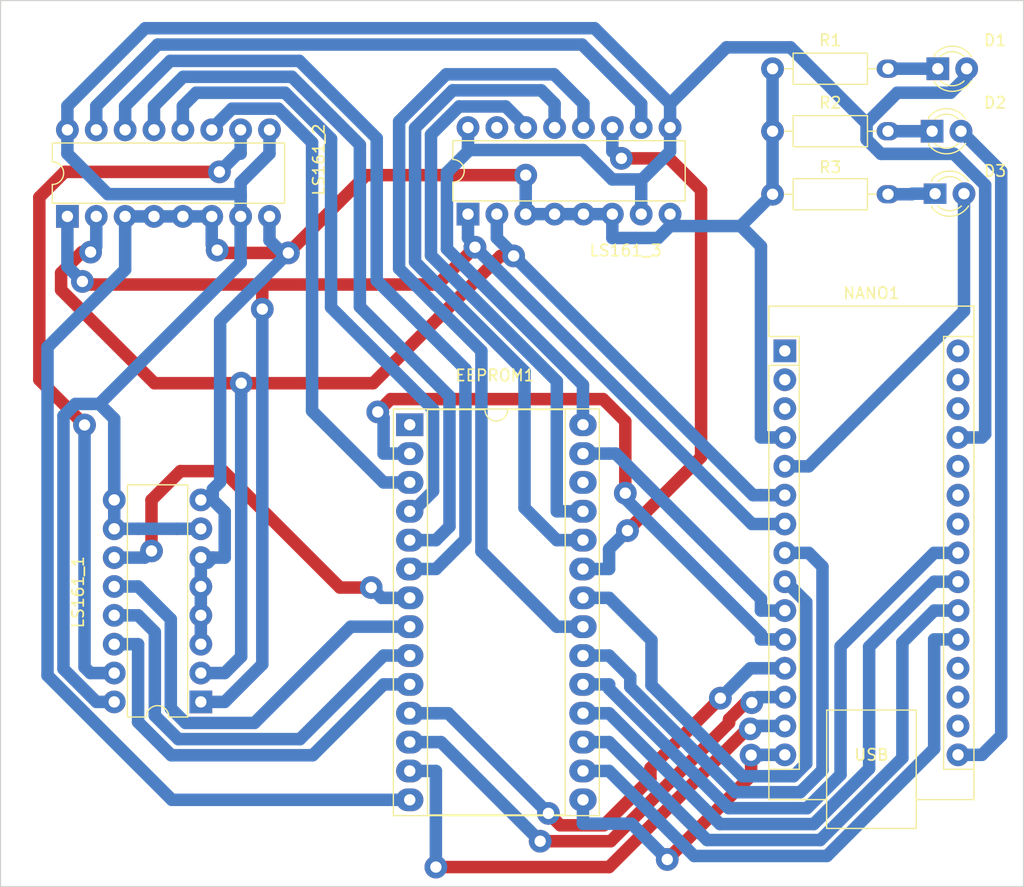
<source format=kicad_pcb>
(kicad_pcb (version 20240108) (generator "pcbnew") (generator_version "8.0")
  (layers (0 "F.Cu" signal) (31 "B.Cu" signal) (34 "B.Paste" user) (35 "F.Paste" user) (36 "B.SilkS" user "B.Silkscreen") (37 "F.SilkS" user "F.Silkscreen") (38 "B.Mask" user) (39 "F.Mask" user) (44 "Edge.Cuts" user))
  (net 0 "")
  (net 1 "VCC")
  (net 2 "Net-(D1-K)")
  (net 3 "Net-(D2-K)")
  (net 4 "Net-(D2-A)")
  (net 5 "Net-(D3-K)")
  (net 6 "Net-(D3-A)")
  (net 7 "Net-(EEPROM1-A12)")
  (net 8 "/D6")
  (net 9 "/D1")
  (net 10 "/D4")
  (net 11 "Net-(EEPROM1-A11)")
  (net 12 "/D0")
  (net 13 "/D5")
  (net 14 "/D3")
  (net 15 "/D2")
  (net 16 "Net-(EEPROM1-A6)")
  (net 17 "Net-(EEPROM1-~{WE})")
  (net 18 "Net-(EEPROM1-A1)")
  (net 19 "Net-(EEPROM1-A8)")
  (net 20 "GND")
  (net 21 "Net-(EEPROM1-A9)")
  (net 22 "Net-(EEPROM1-A2)")
  (net 23 "Net-(EEPROM1-~{CS})")
  (net 24 "Net-(EEPROM1-A3)")
  (net 25 "Net-(EEPROM1-A4)")
  (net 26 "Net-(EEPROM1-A0)")
  (net 27 "Net-(EEPROM1-A10)")
  (net 28 "/D7")
  (net 29 "Net-(EEPROM1-A5)")
  (net 30 "Net-(EEPROM1-~{OE})")
  (net 31 "Net-(EEPROM1-A7)")
  (net 32 "Net-(LS161_1-~{MR})")
  (net 33 "Net-(LS161_1-TC)")
  (net 34 "Net-(LS161_1-CP)")
  (net 35 "Net-(LS161_2-TC)")
  (footprint "Resistor_THT:R_Axial_DIN0207_L6.3mm_D2.5mm_P10.16mm_Horizontal" (layer "F.Cu") (at 175.42 53.05)
    (property "Reference" "R3" (at 5.08 -2.37 0) (layer "F.SilkS"))
    (property "Value" "330")
    (pad "1" thru_hole circle (at 0 0) (size 2 2) (drill 1) (layers "*.Cu" "*.Mask") (net 20 "GND"))
    (pad "2" thru_hole oval (at 10.16 0) (size 2 1.6) (drill 1) (layers "*.Cu" "*.Mask") (net 5 "Net-(D3-K)"))
  )
  (footprint "Resistor_THT:R_Axial_DIN0207_L6.3mm_D2.5mm_P10.16mm_Horizontal" (layer "F.Cu") (at 175.42 42)
    (property "Reference" "R1" (at 5.08 -2.5 0) (layer "F.SilkS"))
    (property "Value" "180")
    (pad "1" thru_hole circle (at 0 0) (size 2 2) (drill 1) (layers "*.Cu" "*.Mask") (net 20 "GND"))
    (pad "2" thru_hole oval (at 10.16 0) (size 2 1.6) (drill 1) (layers "*.Cu" "*.Mask") (net 2 "Net-(D1-K)"))
  )
  (footprint "Package_DIP:DIP-16_W7.62mm" (layer "F.Cu") (at 113.38 55 90)
    (property "Reference" "LS161_2" (at 5 22.12 90) (layer "F.SilkS"))
    (property "Value" "74LS161")
    (pad "1" thru_hole rect (at 0 0 90) (size 2 2) (drill 1) (layers "*.Cu" "*.Mask") (net 32 "Net-(LS161_1-~{MR})"))
    (pad "2" thru_hole oval (at 0 2.54 90) (size 2 2) (drill 1) (layers "*.Cu" "*.Mask") (net 34 "Net-(LS161_1-CP)"))
    (pad "3" thru_hole oval (at 0 5.08 90) (size 2 2) (drill 1) (layers "*.Cu" "*.Mask") (net 20 "GND"))
    (pad "4" thru_hole oval (at 0 7.62 90) (size 2 2) (drill 1) (layers "*.Cu" "*.Mask") (net 20 "GND"))
    (pad "5" thru_hole oval (at 0 10.16 90) (size 2 2) (drill 1) (layers "*.Cu" "*.Mask") (net 20 "GND"))
    (pad "6" thru_hole oval (at 0 12.7 90) (size 2 2) (drill 1) (layers "*.Cu" "*.Mask") (net 20 "GND"))
    (pad "7" thru_hole oval (at 0 15.24 90) (size 2 2) (drill 1) (layers "*.Cu" "*.Mask") (net 1 "VCC"))
    (pad "8" thru_hole oval (at 0 17.78 90) (size 2 2) (drill 1) (layers "*.Cu" "*.Mask") (net 20 "GND"))
    (pad "9" thru_hole oval (at 7.62 17.78 90) (size 2 2) (drill 1) (layers "*.Cu" "*.Mask") (net 1 "VCC"))
    (pad "10" thru_hole oval (at 7.62 15.24 90) (size 2 2) (drill 1) (layers "*.Cu" "*.Mask") (net 33 "Net-(LS161_1-TC)"))
    (pad "11" thru_hole oval (at 7.62 12.7 90) (size 2 2) (drill 1) (layers "*.Cu" "*.Mask") (net 31 "Net-(EEPROM1-A7)"))
    (pad "12" thru_hole oval (at 7.62 10.16 90) (size 2 2) (drill 1) (layers "*.Cu" "*.Mask") (net 16 "Net-(EEPROM1-A6)"))
    (pad "13" thru_hole oval (at 7.62 7.62 90) (size 2 2) (drill 1) (layers "*.Cu" "*.Mask") (net 29 "Net-(EEPROM1-A5)"))
    (pad "14" thru_hole oval (at 7.62 5.08 90) (size 2 2) (drill 1) (layers "*.Cu" "*.Mask") (net 25 "Net-(EEPROM1-A4)"))
    (pad "15" thru_hole oval (at 7.62 2.54 90) (size 2 2) (drill 1) (layers "*.Cu" "*.Mask") (net 35 "Net-(LS161_2-TC)"))
    (pad "16" thru_hole oval (at 7.62 0 90) (size 2 2) (drill 1) (layers "*.Cu" "*.Mask") (net 1 "VCC"))
  )
  (footprint "LED_THT:LED_D3.0mm" (layer "F.Cu") (at 189.96 42)
    (property "Reference" "D1" (at 5.04 -2.5 0) (layer "F.SilkS"))
    (property "Value" "PWR")
    (pad "1" thru_hole rect (at 0 0) (size 2 2) (drill 1) (layers "*.Cu" "*.Mask") (net 2 "Net-(D1-K)"))
    (pad "2" thru_hole circle (at 2.54 0) (size 2 2) (drill 1) (layers "*.Cu" "*.Mask") (net 1 "VCC"))
  )
  (footprint "Package_DIP:DIP-28_W15.24mm_Socket_LongPads" (layer "F.Cu") (at 143.5 73.34)
    (property "Reference" "EEPROM1" (at 7.5 -4.34 0) (layer "F.SilkS"))
    (property "Value" "28C64")
    (pad "1" thru_hole rect (at 0 0) (size 2.4 2) (drill 1) (layers "*.Cu" "*.Mask"))
    (pad "2" thru_hole oval (at 0 2.54) (size 2.4 2) (drill 1) (layers "*.Cu" "*.Mask") (net 7 "Net-(EEPROM1-A12)"))
    (pad "3" thru_hole oval (at 0 5.08) (size 2.4 2) (drill 1) (layers "*.Cu" "*.Mask") (net 31 "Net-(EEPROM1-A7)"))
    (pad "4" thru_hole oval (at 0 7.62) (size 2.4 2) (drill 1) (layers "*.Cu" "*.Mask") (net 16 "Net-(EEPROM1-A6)"))
    (pad "5" thru_hole oval (at 0 10.16) (size 2.4 2) (drill 1) (layers "*.Cu" "*.Mask") (net 29 "Net-(EEPROM1-A5)"))
    (pad "6" thru_hole oval (at 0 12.7) (size 2.4 2) (drill 1) (layers "*.Cu" "*.Mask") (net 25 "Net-(EEPROM1-A4)"))
    (pad "7" thru_hole oval (at 0 15.24) (size 2.4 2) (drill 1) (layers "*.Cu" "*.Mask") (net 24 "Net-(EEPROM1-A3)"))
    (pad "8" thru_hole oval (at 0 17.78) (size 2.4 2) (drill 1) (layers "*.Cu" "*.Mask") (net 22 "Net-(EEPROM1-A2)"))
    (pad "9" thru_hole oval (at 0 20.32) (size 2.4 2) (drill 1) (layers "*.Cu" "*.Mask") (net 18 "Net-(EEPROM1-A1)"))
    (pad "10" thru_hole oval (at 0 22.86) (size 2.4 2) (drill 1) (layers "*.Cu" "*.Mask") (net 26 "Net-(EEPROM1-A0)"))
    (pad "11" thru_hole oval (at 0 25.4) (size 2.4 2) (drill 1) (layers "*.Cu" "*.Mask") (net 12 "/D0"))
    (pad "12" thru_hole oval (at 0 27.94) (size 2.4 2) (drill 1) (layers "*.Cu" "*.Mask") (net 9 "/D1"))
    (pad "13" thru_hole oval (at 0 30.48) (size 2.4 2) (drill 1) (layers "*.Cu" "*.Mask") (net 15 "/D2"))
    (pad "14" thru_hole oval (at 0 33.02) (size 2.4 2) (drill 1) (layers "*.Cu" "*.Mask") (net 20 "GND"))
    (pad "15" thru_hole oval (at 15.24 33.02) (size 2.4 2) (drill 1) (layers "*.Cu" "*.Mask") (net 14 "/D3"))
    (pad "16" thru_hole oval (at 15.24 30.48) (size 2.4 2) (drill 1) (layers "*.Cu" "*.Mask") (net 10 "/D4"))
    (pad "17" thru_hole oval (at 15.24 27.94) (size 2.4 2) (drill 1) (layers "*.Cu" "*.Mask") (net 13 "/D5"))
    (pad "18" thru_hole oval (at 15.24 25.4) (size 2.4 2) (drill 1) (layers "*.Cu" "*.Mask") (net 8 "/D6"))
    (pad "19" thru_hole oval (at 15.24 22.86) (size 2.4 2) (drill 1) (layers "*.Cu" "*.Mask") (net 28 "/D7"))
    (pad "20" thru_hole oval (at 15.24 20.32) (size 2.4 2) (drill 1) (layers "*.Cu" "*.Mask") (net 23 "Net-(EEPROM1-~{CS})"))
    (pad "21" thru_hole oval (at 15.24 17.78) (size 2.4 2) (drill 1) (layers "*.Cu" "*.Mask") (net 27 "Net-(EEPROM1-A10)"))
    (pad "22" thru_hole oval (at 15.24 15.24) (size 2.4 2) (drill 1) (layers "*.Cu" "*.Mask") (net 30 "Net-(EEPROM1-~{OE})"))
    (pad "23" thru_hole oval (at 15.24 12.7) (size 2.4 2) (drill 1) (layers "*.Cu" "*.Mask") (net 11 "Net-(EEPROM1-A11)"))
    (pad "24" thru_hole oval (at 15.24 10.16) (size 2.4 2) (drill 1) (layers "*.Cu" "*.Mask") (net 21 "Net-(EEPROM1-A9)"))
    (pad "25" thru_hole oval (at 15.24 7.62) (size 2.4 2) (drill 1) (layers "*.Cu" "*.Mask") (net 19 "Net-(EEPROM1-A8)"))
    (pad "26" thru_hole oval (at 15.24 5.08) (size 2.4 2) (drill 1) (layers "*.Cu" "*.Mask"))
    (pad "27" thru_hole oval (at 15.24 2.54) (size 2.4 2) (drill 1) (layers "*.Cu" "*.Mask") (net 17 "Net-(EEPROM1-~{WE})"))
    (pad "28" thru_hole oval (at 15.24 0) (size 2.4 2) (drill 1) (layers "*.Cu" "*.Mask") (net 1 "VCC"))
  )
  (footprint "Package_DIP:DIP-16_W7.62mm" (layer "F.Cu") (at 148.625 54.8 90)
    (property "Reference" "LS161_3" (at -3.2 13.875 180) (layer "F.SilkS"))
    (property "Value" "74LS161")
    (pad "1" thru_hole rect (at 0 0 90) (size 2 2) (drill 1) (layers "*.Cu" "*.Mask") (net 32 "Net-(LS161_1-~{MR})"))
    (pad "2" thru_hole oval (at 0 2.54 90) (size 2 2) (drill 1) (layers "*.Cu" "*.Mask") (net 34 "Net-(LS161_1-CP)"))
    (pad "3" thru_hole oval (at 0 5.08 90) (size 2 2) (drill 1) (layers "*.Cu" "*.Mask") (net 20 "GND"))
    (pad "4" thru_hole oval (at 0 7.62 90) (size 2 2) (drill 1) (layers "*.Cu" "*.Mask") (net 20 "GND"))
    (pad "5" thru_hole oval (at 0 10.16 90) (size 2 2) (drill 1) (layers "*.Cu" "*.Mask") (net 20 "GND"))
    (pad "6" thru_hole oval (at 0 12.7 90) (size 2 2) (drill 1) (layers "*.Cu" "*.Mask") (net 20 "GND"))
    (pad "7" thru_hole oval (at 0 15.24 90) (size 2 2) (drill 1) (layers "*.Cu" "*.Mask") (net 1 "VCC"))
    (pad "8" thru_hole oval (at 0 17.78 90) (size 2 2) (drill 1) (layers "*.Cu" "*.Mask") (net 20 "GND"))
    (pad "9" thru_hole oval (at 7.62 17.78 90) (size 2 2) (drill 1) (layers "*.Cu" "*.Mask") (net 1 "VCC"))
    (pad "10" thru_hole oval (at 7.62 15.24 90) (size 2 2) (drill 1) (layers "*.Cu" "*.Mask") (net 35 "Net-(LS161_2-TC)"))
    (pad "11" thru_hole oval (at 7.62 12.7 90) (size 2 2) (drill 1) (layers "*.Cu" "*.Mask") (net 11 "Net-(EEPROM1-A11)"))
    (pad "12" thru_hole oval (at 7.62 10.16 90) (size 2 2) (drill 1) (layers "*.Cu" "*.Mask") (net 27 "Net-(EEPROM1-A10)"))
    (pad "13" thru_hole oval (at 7.62 7.62 90) (size 2 2) (drill 1) (layers "*.Cu" "*.Mask") (net 21 "Net-(EEPROM1-A9)"))
    (pad "14" thru_hole oval (at 7.62 5.08 90) (size 2 2) (drill 1) (layers "*.Cu" "*.Mask") (net 19 "Net-(EEPROM1-A8)"))
    (pad "15" thru_hole oval (at 7.62 2.54 90) (size 2 2) (drill 1) (layers "*.Cu" "*.Mask"))
    (pad "16" thru_hole oval (at 7.62 0 90) (size 2 2) (drill 1) (layers "*.Cu" "*.Mask") (net 1 "VCC"))
  )
  (footprint "Resistor_THT:R_Axial_DIN0207_L6.3mm_D2.5mm_P10.16mm_Horizontal" (layer "F.Cu") (at 175.42 47.5)
    (property "Reference" "R2" (at 5.08 -2.5 0) (layer "F.SilkS"))
    (property "Value" "220")
    (pad "1" thru_hole circle (at 0 0) (size 2 2) (drill 1) (layers "*.Cu" "*.Mask") (net 20 "GND"))
    (pad "2" thru_hole oval (at 10.16 0) (size 2 1.6) (drill 1) (layers "*.Cu" "*.Mask") (net 3 "Net-(D2-K)"))
  )
  (footprint "Module:Arduino_Nano" (layer "F.Cu") (at 176.5 66.84)
    (property "Reference" "NANO1" (at 7.62 -5.08 0) (layer "F.SilkS"))
    (property "Value" "Arduino_Nano_v3.x")
    (fp_text user "USB" (at 7.62 35.56 0) (layer "F.SilkS"))
    (pad "1" thru_hole rect (at 0 0) (size 2 2) (drill 1) (layers "*.Cu" "*.Mask"))
    (pad "2" thru_hole oval (at 0 2.54) (size 2 2) (drill 1) (layers "*.Cu" "*.Mask"))
    (pad "3" thru_hole oval (at 0 5.08) (size 2 2) (drill 1) (layers "*.Cu" "*.Mask"))
    (pad "4" thru_hole oval (at 0 7.62) (size 2 2) (drill 1) (layers "*.Cu" "*.Mask") (net 20 "GND"))
    (pad "5" thru_hole oval (at 0 10.16) (size 2 2) (drill 1) (layers "*.Cu" "*.Mask") (net 6 "Net-(D3-A)"))
    (pad "6" thru_hole oval (at 0 12.7) (size 2 2) (drill 1) (layers "*.Cu" "*.Mask") (net 34 "Net-(LS161_1-CP)"))
    (pad "7" thru_hole oval (at 0 15.24) (size 2 2) (drill 1) (layers "*.Cu" "*.Mask") (net 32 "Net-(LS161_1-~{MR})"))
    (pad "8" thru_hole oval (at 0 17.78) (size 2 2) (drill 1) (layers "*.Cu" "*.Mask") (net 23 "Net-(EEPROM1-~{CS})"))
    (pad "9" thru_hole oval (at 0 20.32) (size 2 2) (drill 1) (layers "*.Cu" "*.Mask") (net 30 "Net-(EEPROM1-~{OE})"))
    (pad "10" thru_hole oval (at 0 22.86) (size 2 2) (drill 1) (layers "*.Cu" "*.Mask") (net 17 "Net-(EEPROM1-~{WE})"))
    (pad "11" thru_hole oval (at 0 25.4) (size 2 2) (drill 1) (layers "*.Cu" "*.Mask") (net 7 "Net-(EEPROM1-A12)"))
    (pad "12" thru_hole oval (at 0 27.94) (size 2 2) (drill 1) (layers "*.Cu" "*.Mask") (net 12 "/D0"))
    (pad "13" thru_hole oval (at 0 30.48) (size 2 2) (drill 1) (layers "*.Cu" "*.Mask") (net 9 "/D1"))
    (pad "14" thru_hole oval (at 0 33.02) (size 2 2) (drill 1) (layers "*.Cu" "*.Mask") (net 15 "/D2"))
    (pad "15" thru_hole oval (at 0 35.56) (size 2 2) (drill 1) (layers "*.Cu" "*.Mask") (net 14 "/D3"))
    (pad "16" thru_hole oval (at 15.24 35.56) (size 2 2) (drill 1) (layers "*.Cu" "*.Mask") (net 4 "Net-(D2-A)"))
    (pad "17" thru_hole oval (at 15.24 33.02) (size 2 2) (drill 1) (layers "*.Cu" "*.Mask"))
    (pad "18" thru_hole oval (at 15.24 30.48) (size 2 2) (drill 1) (layers "*.Cu" "*.Mask"))
    (pad "19" thru_hole oval (at 15.24 27.94) (size 2 2) (drill 1) (layers "*.Cu" "*.Mask"))
    (pad "20" thru_hole oval (at 15.24 25.4) (size 2 2) (drill 1) (layers "*.Cu" "*.Mask") (net 10 "/D4"))
    (pad "21" thru_hole oval (at 15.24 22.86) (size 2 2) (drill 1) (layers "*.Cu" "*.Mask") (net 13 "/D5"))
    (pad "22" thru_hole oval (at 15.24 20.32) (size 2 2) (drill 1) (layers "*.Cu" "*.Mask") (net 8 "/D6"))
    (pad "23" thru_hole oval (at 15.24 17.78) (size 2 2) (drill 1) (layers "*.Cu" "*.Mask") (net 28 "/D7"))
    (pad "24" thru_hole oval (at 15.24 15.24) (size 2 2) (drill 1) (layers "*.Cu" "*.Mask"))
    (pad "25" thru_hole oval (at 15.24 12.7) (size 2 2) (drill 1) (layers "*.Cu" "*.Mask"))
    (pad "26" thru_hole oval (at 15.24 10.16) (size 2 2) (drill 1) (layers "*.Cu" "*.Mask"))
    (pad "27" thru_hole oval (at 15.24 7.62) (size 2 2) (drill 1) (layers "*.Cu" "*.Mask") (net 1 "VCC"))
    (pad "28" thru_hole oval (at 15.24 5.08) (size 2 2) (drill 1) (layers "*.Cu" "*.Mask"))
    (pad "29" thru_hole oval (at 15.24 2.54) (size 2 2) (drill 1) (layers "*.Cu" "*.Mask"))
    (pad "30" thru_hole oval (at 15.24 0) (size 2 2) (drill 1) (layers "*.Cu" "*.Mask"))
  )
  (footprint "Package_DIP:DIP-16_W7.62mm" (layer "F.Cu") (at 125.12 97.74 180)
    (property "Reference" "LS161_1" (at 10.8 9.66 90) (layer "F.SilkS"))
    (property "Value" "74LS161")
    (pad "1" thru_hole rect (at 0 0 180) (size 2 2) (drill 1) (layers "*.Cu" "*.Mask") (net 32 "Net-(LS161_1-~{MR})"))
    (pad "2" thru_hole oval (at 0 2.54 180) (size 2 2) (drill 1) (layers "*.Cu" "*.Mask") (net 34 "Net-(LS161_1-CP)"))
    (pad "3" thru_hole oval (at 0 5.08 180) (size 2 2) (drill 1) (layers "*.Cu" "*.Mask") (net 20 "GND"))
    (pad "4" thru_hole oval (at 0 7.62 180) (size 2 2) (drill 1) (layers "*.Cu" "*.Mask") (net 20 "GND"))
    (pad "5" thru_hole oval (at 0 10.16 180) (size 2 2) (drill 1) (layers "*.Cu" "*.Mask") (net 20 "GND"))
    (pad "6" thru_hole oval (at 0 12.7 180) (size 2 2) (drill 1) (layers "*.Cu" "*.Mask") (net 20 "GND"))
    (pad "7" thru_hole oval (at 0 15.24 180) (size 2 2) (drill 1) (layers "*.Cu" "*.Mask") (net 1 "VCC"))
    (pad "8" thru_hole oval (at 0 17.78 180) (size 2 2) (drill 1) (layers "*.Cu" "*.Mask") (net 20 "GND"))
    (pad "9" thru_hole oval (at 7.62 17.78 180) (size 2 2) (drill 1) (layers "*.Cu" "*.Mask") (net 1 "VCC"))
    (pad "10" thru_hole oval (at 7.62 15.24 180) (size 2 2) (drill 1) (layers "*.Cu" "*.Mask") (net 1 "VCC"))
    (pad "11" thru_hole oval (at 7.62 12.7 180) (size 2 2) (drill 1) (layers "*.Cu" "*.Mask") (net 24 "Net-(EEPROM1-A3)"))
    (pad "12" thru_hole oval (at 7.62 10.16 180) (size 2 2) (drill 1) (layers "*.Cu" "*.Mask") (net 22 "Net-(EEPROM1-A2)"))
    (pad "13" thru_hole oval (at 7.62 7.62 180) (size 2 2) (drill 1) (layers "*.Cu" "*.Mask") (net 18 "Net-(EEPROM1-A1)"))
    (pad "14" thru_hole oval (at 7.62 5.08 180) (size 2 2) (drill 1) (layers "*.Cu" "*.Mask") (net 26 "Net-(EEPROM1-A0)"))
    (pad "15" thru_hole oval (at 7.62 2.54 180) (size 2 2) (drill 1) (layers "*.Cu" "*.Mask") (net 33 "Net-(LS161_1-TC)"))
    (pad "16" thru_hole oval (at 7.62 0 180) (size 2 2) (drill 1) (layers "*.Cu" "*.Mask") (net 1 "VCC"))
  )
  (footprint "LED_THT:LED_D3.0mm" (layer "F.Cu") (at 189.46 47.5)
    (property "Reference" "D2" (at 5.54 -2.5 0) (layer "F.SilkS"))
    (property "Value" "OK")
    (pad "1" thru_hole rect (at 0 0) (size 2 2) (drill 1) (layers "*.Cu" "*.Mask") (net 3 "Net-(D2-K)"))
    (pad "2" thru_hole circle (at 2.54 0) (size 2 2) (drill 1) (layers "*.Cu" "*.Mask") (net 4 "Net-(D2-A)"))
  )
  (footprint "LED_THT:LED_D3.0mm" (layer "F.Cu") (at 189.725 53)
    (property "Reference" "D3" (at 5.275 -2 0) (layer "F.SilkS"))
    (property "Value" "ERROR")
    (pad "1" thru_hole rect (at 0 0) (size 2 1.8) (drill 1) (layers "*.Cu" "*.Mask") (net 5 "Net-(D3-K)"))
    (pad "2" thru_hole circle (at 2.54 0) (size 2 2) (drill 1) (layers "*.Cu" "*.Mask") (net 6 "Net-(D3-A)"))
  )
  (gr_rect (start 107.5 36) (end 197.5 114) (stroke (width 0.1)) (fill none) (layer "Edge.Cuts"))
  (segment (start 163.9419 51.7431) (end 166.405 49.28) (width 1.1) (layer "B.Cu") (net 1))
  (segment (start 193.84 74.46) (end 194.1266 74.1734) (width 1.1) (layer "B.Cu") (net 1))
  (segment (start 166.405 47.18) (end 166.405 45.08) (width 1.1) (layer "B.Cu") (net 1))
  (segment (start 116.1906 71.5093) (end 117.5 72.8187) (width 1.1) (layer "B.Cu") (net 1))
  (segment (start 116.1906 71.5093) (end 128.62 59.0799) (width 1.1) (layer "B.Cu") (net 1))
  (segment (start 161.3131 51.7431) (end 163.865 51.7431) (width 1.1) (layer "B.Cu") (net 1))
  (segment (start 148.625 49.0302) (end 148.625 49.1551) (width 1.1) (layer "B.Cu") (net 1))
  (segment (start 192.5 42.6931) (end 192.5 42) (width 1.1) (layer "B.Cu") (net 1))
  (segment (start 158.74 71.24) (end 158.74 69.8306) (width 1.1) (layer "B.Cu") (net 1))
  (segment (start 183.6918 46.8131) (end 176.9966 40.1179) (width 1.1) (layer "B.Cu") (net 1))
  (segment (start 166.405 45.08) (end 159.7602 38.4352) (width 1.1) (layer "B.Cu") (net 1))
  (segment (start 183.6918 48.2267) (end 183.6918 46.8131) (width 1.1) (layer "B.Cu") (net 1))
  (segment (start 148.625 49.1551) (end 158.7251 49.1551) (width 1.1) (layer "B.Cu") (net 1))
  (segment (start 123.02 82.5) (end 119.6 82.5) (width 1.1) (layer "B.Cu") (net 1))
  (segment (start 128.62 54.5431) (end 128.62 53.375) (width 1.1) (layer "B.Cu") (net 1))
  (segment (start 128.5109 53.0407) (end 116.9407 53.0407) (width 1.1) (layer "B.Cu") (net 1))
  (segment (start 186.3929 44.112) (end 191.0811 44.112) (width 1.1) (layer "B.Cu") (net 1))
  (segment (start 131.16 49.48) (end 128.62 52.02) (width 1.1) (layer "B.Cu") (net 1))
  (segment (start 146.7733 57.8639) (end 146.7733 51.1317) (width 1.1) (layer "B.Cu") (net 1))
  (segment (start 191.0811 44.112) (end 192.5 42.6931) (width 1.1) (layer "B.Cu") (net 1))
  (segment (start 128.62 54.5431) (end 128.62 55) (width 1.1) (layer "B.Cu") (net 1))
  (segment (start 125.12 82.5) (end 123.02 82.5) (width 1.1) (layer "B.Cu") (net 1))
  (segment (start 117.5 79.96) (end 117.5 77.86) (width 1.1) (layer "B.Cu") (net 1))
  (segment (start 194.1266 74.1734) (end 194.1266 52.2428) (width 1.1) (layer "B.Cu") (net 1))
  (segment (start 113.0344 72.5598) (end 114.0849 71.5093) (width 1.1) (layer "B.Cu") (net 1))
  (segment (start 117.5 72.8187) (end 117.5 77.86) (width 1.1) (layer "B.Cu") (net 1))
  (segment (start 194.1266 52.2428) (end 191.3771 49.4933) (width 1.1) (layer "B.Cu") (net 1))
  (segment (start 158.7251 49.1551) (end 161.3131 51.7431) (width 1.1) (layer "B.Cu") (net 1))
  (segment (start 163.865 51.7431) (end 163.865 54.8) (width 1.1) (layer "B.Cu") (net 1))
  (segment (start 191.74 74.46) (end 193.84 74.46) (width 1.1) (layer "B.Cu") (net 1))
  (segment (start 117.5 82.5) (end 119.6 82.5) (width 1.1) (layer "B.Cu") (net 1))
  (segment (start 120.2248 38.4352) (end 113.38 45.28) (width 1.1) (layer "B.Cu") (net 1))
  (segment (start 191.3771 49.4933) (end 184.9584 49.4933) (width 1.1) (layer "B.Cu") (net 1))
  (segment (start 113.0344 94.8401) (end 113.0344 72.5598) (width 1.1) (layer "B.Cu") (net 1))
  (segment (start 166.405 47.18) (end 166.405 49.28) (width 1.1) (layer "B.Cu") (net 1))
  (segment (start 146.7733 51.1317) (end 148.625 49.28) (width 1.1) (layer "B.Cu") (net 1))
  (segment (start 131.16 47.38) (end 131.16 49.48) (width 1.1) (layer "B.Cu") (net 1))
  (segment (start 128.62 52.02) (end 128.62 52.9) (width 1.1) (layer "B.Cu") (net 1))
  (segment (start 159.7602 38.4352) (end 120.2248 38.4352) (width 1.1) (layer "B.Cu") (net 1))
  (segment (start 128.62 59.0799) (end 128.62 55) (width 1.1) (layer "B.Cu") (net 1))
  (segment (start 117.5 79.96) (end 117.5 82.5) (width 1.1) (layer "B.Cu") (net 1))
  (segment (start 183.6918 46.8131) (end 186.3929 44.112) (width 1.1) (layer "B.Cu") (net 1))
  (segment (start 128.62 53.375) (end 128.62 53.1498) (width 1.1) (layer "B.Cu") (net 1))
  (segment (start 148.625 49.1551) (end 148.625 49.28) (width 1.1) (layer "B.Cu") (net 1))
  (segment (start 176.9966 40.1179) (end 171.3671 40.1179) (width 1.1) (layer "B.Cu") (net 1))
  (segment (start 114.0849 71.5093) (end 116.1906 71.5093) (width 1.1) (layer "B.Cu") (net 1))
  (segment (start 113.38 47.38) (end 113.38 45.28) (width 1.1) (layer "B.Cu") (net 1))
  (segment (start 163.865 51.7431) (end 163.9419 51.7431) (width 1.1) (layer "B.Cu") (net 1))
  (segment (start 116.9407 53.0407) (end 113.38 49.48) (width 1.1) (layer "B.Cu") (net 1))
  (segment (start 148.625 47.18) (end 148.625 48.805) (width 1.1) (layer "B.Cu") (net 1))
  (segment (start 115.9343 97.74) (end 113.0344 94.8401) (width 1.1) (layer "B.Cu") (net 1))
  (segment (start 113.38 47.38) (end 113.38 49.48) (width 1.1) (layer "B.Cu") (net 1))
  (segment (start 171.3671 40.1179) (end 166.405 45.08) (width 1.1) (layer "B.Cu") (net 1))
  (segment (start 128.62 53.1498) (end 128.62 52.9) (width 1.1) (layer "B.Cu") (net 1))
  (segment (start 117.5 97.74) (end 115.9343 97.74) (width 1.1) (layer "B.Cu") (net 1))
  (segment (start 148.625 48.805) (end 148.625 49.0302) (width 1.1) (layer "B.Cu") (net 1))
  (segment (start 158.74 69.8306) (end 146.7733 57.8639) (width 1.1) (layer "B.Cu") (net 1))
  (segment (start 184.9584 49.4933) (end 183.6918 48.2267) (width 1.1) (layer "B.Cu") (net 1))
  (segment (start 158.74 73.34) (end 158.74 71.24) (width 1.1) (layer "B.Cu") (net 1))
  (segment (start 128.62 53.1498) (end 128.5109 53.0407) (width 1.1) (layer "B.Cu") (net 1))
  (segment (start 189.96 42) (end 185.58 42) (width 1.1) (layer "B.Cu") (net 2))
  (segment (start 189.46 47.5) (end 185.58 47.5) (width 1.1) (layer "B.Cu") (net 3))
  (segment (start 195.5396 100.7004) (end 195.5396 51.0396) (width 1.1) (layer "B.Cu") (net 4))
  (segment (start 193.84 102.4) (end 195.5396 100.7004) (width 1.1) (layer "B.Cu") (net 4))
  (segment (start 195.5396 51.0396) (end 192 47.5) (width 1.1) (layer "B.Cu") (net 4))
  (segment (start 191.74 102.4) (end 193.84 102.4) (width 1.1) (layer "B.Cu") (net 4))
  (segment (start 185.58 53.05) (end 187.68 53.05) (width 1.1) (layer "B.Cu") (net 5))
  (segment (start 189.725 53) (end 187.73 53) (width 1.1) (layer "B.Cu") (net 5))
  (segment (start 187.73 53) (end 187.68 53.05) (width 1.1) (layer "B.Cu") (net 5))
  (segment (start 192.265 63.335) (end 192.265 53) (width 1.1) (layer "B.Cu") (net 6))
  (segment (start 176.5 77) (end 178.6 77) (width 1.1) (layer "B.Cu") (net 6))
  (segment (start 178.6 77) (end 192.265 63.335) (width 1.1) (layer "B.Cu") (net 6))
  (segment (start 160.5083 71.0856) (end 141.8169 71.0856) (width 1.1) (layer "F.Cu") (net 7))
  (segment (start 162.4656 79.3632) (end 162.4656 73.0429) (width 1.1) (layer "F.Cu") (net 7))
  (segment (start 162.4656 73.0429) (end 160.5083 71.0856) (width 1.1) (layer "F.Cu") (net 7))
  (segment (start 141.8169 71.0856) (end 140.6878 72.2147) (width 1.1) (layer "F.Cu") (net 7))
  (via (at 162.4656 79.3632) (size 2) (drill 1) (layers "F.Cu" "B.Cu") (net 7))
  (via (at 140.6878 72.2147) (size 2) (drill 1) (layers "F.Cu" "B.Cu") (net 7))
  (segment (start 174.4 92.24) (end 174.4 91.7725) (width 1.1) (layer "B.Cu") (net 7))
  (segment (start 174.4 91.7725) (end 162.4656 79.8381) (width 1.1) (layer "B.Cu") (net 7))
  (segment (start 143.5 75.88) (end 141.2 75.88) (width 1.1) (layer "B.Cu") (net 7))
  (segment (start 141.2 75.88) (end 141.2 72.7269) (width 1.1) (layer "B.Cu") (net 7))
  (segment (start 162.4656 79.8381) (end 162.4656 79.3632) (width 1.1) (layer "B.Cu") (net 7))
  (segment (start 176.5 92.24) (end 174.4 92.24) (width 1.1) (layer "B.Cu") (net 7))
  (segment (start 141.2 72.7269) (end 140.6878 72.2147) (width 1.1) (layer "B.Cu") (net 7))
  (segment (start 191.74 87.16) (end 189.64 87.16) (width 1.1) (layer "B.Cu") (net 8))
  (segment (start 170.7971 108.4971) (end 161.04 98.74) (width 1.1) (layer "B.Cu") (net 8))
  (segment (start 189.64 87.16) (end 183.9181 92.8819) (width 1.1) (layer "B.Cu") (net 8))
  (segment (start 183.9181 92.8819) (end 183.9181 103.6193) (width 1.1) (layer "B.Cu") (net 8))
  (segment (start 158.74 98.74) (end 161.04 98.74) (width 1.1) (layer "B.Cu") (net 8))
  (segment (start 179.0403 108.4971) (end 170.7971 108.4971) (width 1.1) (layer "B.Cu") (net 8))
  (segment (start 183.9181 103.6193) (end 179.0403 108.4971) (width 1.1) (layer "B.Cu") (net 8))
  (segment (start 171.5958 99.2647) (end 171.5959 99.2647) (width 1.1) (layer "F.Cu") (net 9))
  (segment (start 173.0586 97.802) (end 173.0586 97.8019) (width 1.1) (layer "F.Cu") (net 9))
  (segment (start 171.5959 99.2647) (end 173.0586 97.802) (width 1.1) (layer "F.Cu") (net 9))
  (segment (start 171.5958 99.5873) (end 171.5958 99.2647) (width 1.1) (layer "F.Cu") (net 9))
  (segment (start 161.1796 110.0035) (end 171.5958 99.5873) (width 1.1) (layer "F.Cu") (net 9))
  (segment (start 154.9757 110.0035) (end 161.1796 110.0035) (width 1.1) (layer "F.Cu") (net 9))
  (segment (start 173.0586 97.8019) (end 173.5956 97.8019) (width 1.1) (layer "F.Cu") (net 9))
  (via (at 173.5956 97.8019) (size 2) (drill 1) (layers "F.Cu" "B.Cu") (net 9))
  (via (at 154.9757 110.0035) (size 2) (drill 1) (layers "F.Cu" "B.Cu") (net 9))
  (segment (start 143.5 101.28) (end 146.2522 101.28) (width 1.1) (layer "B.Cu") (net 9))
  (segment (start 176.5 97.32) (end 174.0775 97.32) (width 1.1) (layer "B.Cu") (net 9))
  (segment (start 146.2522 101.28) (end 154.9757 110.0035) (width 1.1) (layer "B.Cu") (net 9))
  (segment (start 174.0775 97.32) (end 173.5956 97.8019) (width 1.1) (layer "B.Cu") (net 9))
  (segment (start 158.74 103.82) (end 161.04 103.82) (width 1.1) (layer "B.Cu") (net 10))
  (segment (start 168.522 111.302) (end 180.2033 111.302) (width 1.1) (layer "B.Cu") (net 10))
  (segment (start 191.74 92.24) (end 189.64 92.24) (width 1.1) (layer "B.Cu") (net 10))
  (segment (start 180.2033 111.302) (end 189.64 101.8653) (width 1.1) (layer "B.Cu") (net 10))
  (segment (start 189.64 101.8653) (end 189.64 92.24) (width 1.1) (layer "B.Cu") (net 10))
  (segment (start 161.04 103.82) (end 168.522 111.302) (width 1.1) (layer "B.Cu") (net 10))
  (segment (start 166.3288 49.8914) (end 169.1327 52.6953) (width 1.1) (layer "F.Cu") (net 11))
  (segment (start 162.1189 49.8914) (end 166.3288 49.8914) (width 1.1) (layer "F.Cu") (net 11))
  (segment (start 169.1327 52.6953) (end 169.1327 76.1836) (width 1.1) (layer "F.Cu") (net 11))
  (segment (start 169.1327 76.1836) (end 162.6546 82.6617) (width 1.1) (layer "F.Cu") (net 11))
  (via (at 162.6546 82.6617) (size 2) (drill 1) (layers "F.Cu" "B.Cu") (net 11))
  (via (at 162.1189 49.8914) (size 2) (drill 1) (layers "F.Cu" "B.Cu") (net 11))
  (segment (start 161.5075 49.28) (end 162.1189 49.8914) (width 1.1) (layer "B.Cu") (net 11))
  (segment (start 158.74 86.04) (end 161.04 86.04) (width 1.1) (layer "B.Cu") (net 11))
  (segment (start 161.04 86.04) (end 161.04 84.2763) (width 1.1) (layer "B.Cu") (net 11))
  (segment (start 161.04 84.2763) (end 162.6546 82.6617) (width 1.1) (layer "B.Cu") (net 11))
  (segment (start 161.325 49.28) (end 161.5075 49.28) (width 1.1) (layer "B.Cu") (net 11))
  (segment (start 161.325 47.18) (end 161.325 49.28) (width 1.1) (layer "B.Cu") (net 11))
  (segment (start 170.8288 97.413) (end 164.6779 103.5639) (width 1.1) (layer "F.Cu") (net 12))
  (segment (start 164.6779 103.5639) (end 164.6779 104.4972) (width 1.1) (layer "F.Cu") (net 12))
  (segment (start 164.6779 104.4972) (end 160.5733 108.6018) (width 1.1) (layer "F.Cu") (net 12))
  (segment (start 156.7495 108.6018) (end 155.7021 107.5544) (width 1.1) (layer "F.Cu") (net 12))
  (segment (start 160.5733 108.6018) (end 156.7495 108.6018) (width 1.1) (layer "F.Cu") (net 12))
  (via (at 155.7021 107.5544) (size 2) (drill 1) (layers "F.Cu" "B.Cu") (net 12))
  (via (at 170.8288 97.413) (size 2) (drill 1) (layers "F.Cu" "B.Cu") (net 12))
  (segment (start 176.5 94.78) (end 173.4618 94.78) (width 1.1) (layer "B.Cu") (net 12))
  (segment (start 145.8 98.74) (end 146.8877 98.74) (width 1.1) (layer "B.Cu") (net 12))
  (segment (start 146.8877 98.74) (end 155.7021 107.5544) (width 1.1) (layer "B.Cu") (net 12))
  (segment (start 143.5 98.74) (end 145.8 98.74) (width 1.1) (layer "B.Cu") (net 12))
  (segment (start 173.4618 94.78) (end 170.8288 97.413) (width 1.1) (layer "B.Cu") (net 12))
  (segment (start 161.04 101.28) (end 169.6603 109.9003) (width 1.1) (layer "B.Cu") (net 13))
  (segment (start 179.6205 109.9003) (end 186.8441 102.6767) (width 1.1) (layer "B.Cu") (net 13))
  (segment (start 186.8441 92.4959) (end 189.64 89.7) (width 1.1) (layer "B.Cu") (net 13))
  (segment (start 186.8441 102.6767) (end 186.8441 92.4959) (width 1.1) (layer "B.Cu") (net 13))
  (segment (start 158.74 101.28) (end 161.04 101.28) (width 1.1) (layer "B.Cu") (net 13))
  (segment (start 191.74 89.7) (end 189.64 89.7) (width 1.1) (layer "B.Cu") (net 13))
  (segment (start 169.6603 109.9003) (end 179.6205 109.9003) (width 1.1) (layer "B.Cu") (net 13))
  (segment (start 166.1579 111.6098) (end 173.5355 104.2322) (width 1.1) (layer "F.Cu") (net 14))
  (segment (start 173.5355 104.2322) (end 173.5355 102.4293) (width 1.1) (layer "F.Cu") (net 14))
  (via (at 166.1579 111.6098) (size 2) (drill 1) (layers "F.Cu" "B.Cu") (net 14))
  (via (at 173.5355 102.4293) (size 2) (drill 1) (layers "F.Cu" "B.Cu") (net 14))
  (segment (start 163.0081 108.46) (end 166.1579 111.6098) (width 1.1) (layer "B.Cu") (net 14))
  (segment (start 174.3707 102.4293) (end 173.5355 102.4293) (width 1.1) (layer "B.Cu") (net 14))
  (segment (start 158.74 106.36) (end 158.74 108.46) (width 1.1) (layer "B.Cu") (net 14))
  (segment (start 174.4 102.4) (end 174.3707 102.4293) (width 1.1) (layer "B.Cu") (net 14))
  (segment (start 176.5 102.4) (end 174.4 102.4) (width 1.1) (layer "B.Cu") (net 14))
  (segment (start 158.74 108.46) (end 163.0081 108.46) (width 1.1) (layer "B.Cu") (net 14))
  (segment (start 145.8 112.2789) (end 161.0411 112.2789) (width 1.1) (layer "F.Cu") (net 15))
  (segment (start 173.2067 100.1133) (end 173.4579 100.1133) (width 1.1) (layer "F.Cu") (net 15))
  (segment (start 161.0411 112.2789) (end 173.2067 100.1133) (width 1.1) (layer "F.Cu") (net 15))
  (via (at 173.4579 100.1133) (size 2) (drill 1) (layers "F.Cu" "B.Cu") (net 15))
  (via (at 145.8 112.2789) (size 2) (drill 1) (layers "F.Cu" "B.Cu") (net 15))
  (segment (start 173.7112 99.86) (end 173.4579 100.1133) (width 1.1) (layer "B.Cu") (net 15))
  (segment (start 143.5 103.82) (end 145.8 103.82) (width 1.1) (layer "B.Cu") (net 15))
  (segment (start 176.5 99.86) (end 174.4 99.86) (width 1.1) (layer "B.Cu") (net 15))
  (segment (start 145.8 103.82) (end 145.8 112.2789) (width 1.1) (layer "B.Cu") (net 15))
  (segment (start 174.4 99.86) (end 173.7112 99.86) (width 1.1) (layer "B.Cu") (net 15))
  (segment (start 123.54 45.28) (end 124.7051 44.1149) (width 1.1) (layer "B.Cu") (net 16))
  (segment (start 143.7793 80.96) (end 143.5 80.96) (width 1.1) (layer "B.Cu") (net 16))
  (segment (start 145.5517 71.9867) (end 145.5517 79.1876) (width 1.1) (layer "B.Cu") (net 16))
  (segment (start 136.5776 48.1651) (end 136.5776 63.0126) (width 1.1) (layer "B.Cu") (net 16))
  (segment (start 136.5776 63.0126) (end 145.5517 71.9867) (width 1.1) (layer "B.Cu") (net 16))
  (segment (start 124.7051 44.1149) (end 132.5274 44.1149) (width 1.1) (layer "B.Cu") (net 16))
  (segment (start 123.54 47.38) (end 123.54 45.28) (width 1.1) (layer "B.Cu") (net 16))
  (segment (start 145.5517 79.1876) (end 143.7793 80.96) (width 1.1) (layer "B.Cu") (net 16))
  (segment (start 132.5274 44.1149) (end 136.5776 48.1651) (width 1.1) (layer "B.Cu") (net 16))
  (segment (start 176.5 89.7) (end 174.4 89.7) (width 1.1) (layer "B.Cu") (net 17))
  (segment (start 158.74 75.88) (end 161.04 75.88) (width 1.1) (layer "B.Cu") (net 17))
  (segment (start 161.6152 75.88) (end 161.04 75.88) (width 1.1) (layer "B.Cu") (net 17))
  (segment (start 174.4 89.7) (end 174.4 88.6648) (width 1.1) (layer "B.Cu") (net 17))
  (segment (start 174.4 88.6648) (end 161.6152 75.88) (width 1.1) (layer "B.Cu") (net 17))
  (segment (start 143.5 93.66) (end 141.2 93.66) (width 1.1) (layer "B.Cu") (net 18))
  (segment (start 121.0722 98.9496) (end 123.1396 101.017) (width 1.1) (layer "B.Cu") (net 18))
  (segment (start 121.0722 91.5922) (end 121.0722 98.9496) (width 1.1) (layer "B.Cu") (net 18))
  (segment (start 119.6 90.12) (end 121.0722 91.5922) (width 1.1) (layer "B.Cu") (net 18))
  (segment (start 133.843 101.017) (end 141.2 93.66) (width 1.1) (layer "B.Cu") (net 18))
  (segment (start 123.1396 101.017) (end 133.843 101.017) (width 1.1) (layer "B.Cu") (net 18))
  (segment (start 117.5 90.12) (end 119.6 90.12) (width 1.1) (layer "B.Cu") (net 18))
  (segment (start 151.9344 45.3206) (end 153.705 47.0912) (width 1.1) (layer "B.Cu") (net 19))
  (segment (start 145.3704 47.7983) (end 147.8481 45.3206) (width 1.1) (layer "B.Cu") (net 19))
  (segment (start 145.3704 58.4433) (end 145.3704 47.7983) (width 1.1) (layer "B.Cu") (net 19))
  (segment (start 158.74 80.96) (end 156.44 80.96) (width 1.1) (layer "B.Cu") (net 19))
  (segment (start 153.705 47.0912) (end 153.705 47.18) (width 1.1) (layer "B.Cu") (net 19))
  (segment (start 147.8481 45.3206) (end 151.9344 45.3206) (width 1.1) (layer "B.Cu") (net 19))
  (segment (start 156.44 80.96) (end 156.44 69.5129) (width 1.1) (layer "B.Cu") (net 19))
  (segment (start 156.44 69.5129) (end 145.3704 58.4433) (width 1.1) (layer "B.Cu") (net 19))
  (segment (start 132.8199 58.2142) (end 126.8044 58.2142) (width 1.1) (layer "F.Cu") (net 20))
  (segment (start 126.8044 58.2142) (end 126.5606 57.9704) (width 1.1) (layer "F.Cu") (net 20))
  (segment (start 139.6651 51.369) (end 132.8199 58.2142) (width 1.1) (layer "F.Cu") (net 20))
  (segment (start 153.705 51.369) (end 139.6651 51.369) (width 1.1) (layer "F.Cu") (net 20))
  (via (at 126.5606 57.9704) (size 2) (drill 1) (layers "F.Cu" "B.Cu") (net 20))
  (via (at 132.8199 58.2142) (size 2) (drill 1) (layers "F.Cu" "B.Cu") (net 20))
  (via (at 153.705 51.369) (size 2) (drill 1) (layers "F.Cu" "B.Cu") (net 20))
  (segment (start 132.5471 58.4871) (end 132.5471 58.4875) (width 1.1) (layer "B.Cu") (net 20))
  (segment (start 161.325 56.9) (end 165.355 56.9) (width 1.1) (layer "B.Cu") (net 20))
  (segment (start 118.46 59.6776) (end 118.46 55) (width 1.1) (layer "B.Cu") (net 20))
  (segment (start 121 55) (end 118.46 55) (width 1.1) (layer "B.Cu") (net 20))
  (segment (start 166.405 55.85) (end 172.62 55.85) (width 1.1) (layer "B.Cu") (net 20))
  (segment (start 153.705 54.8) (end 153.705 52.7) (width 1.1) (layer "B.Cu") (net 20))
  (segment (start 158.785 54.8) (end 161.325 54.8) (width 1.1) (layer "B.Cu") (net 20))
  (segment (start 111.6319 95.4219) (end 111.6319 66.5057) (width 1.1) (layer "B.Cu") (net 20))
  (segment (start 174.4 57.63) (end 172.62 55.85) (width 1.1) (layer "B.Cu") (net 20))
  (segment (start 131.16 55) (end 131.16 57.1) (width 1.1) (layer "B.Cu") (net 20))
  (segment (start 126.17 79.96) (end 127.22 81.01) (width 1.1) (layer "B.Cu") (net 20))
  (segment (start 126.08 55) (end 125.64 55) (width 1.1) (layer "B.Cu") (net 20))
  (segment (start 143.5 106.36) (end 122.57 106.36) (width 1.1) (layer "B.Cu") (net 20))
  (segment (start 126.08 57.4898) (end 126.5606 57.9704) (width 1.1) (layer "B.Cu") (net 20))
  (segment (start 126.17 85.04) (end 125.73 85.48) (width 1.1) (layer "B.Cu") (net 20))
  (segment (start 126.818 64.2166) (end 126.818 78.3845) (width 1.1) (layer "B.Cu") (net 20))
  (segment (start 172.62 55.85) (end 175.42 53.05) (width 1.1) (layer "B.Cu") (net 20))
  (segment (start 125.12 79.96) (end 126.17 79.96) (width 1.1) (layer "B.Cu") (net 20))
  (segment (start 126.17 85.04) (end 127.22 85.04) (width 1.1) (layer "B.Cu") (net 20))
  (segment (start 153.705 54.8) (end 154.145 54.8) (width 1.1) (layer "B.Cu") (net 20))
  (segment (start 131.16 57.1) (end 132.5471 58.487) (width 1.1) (layer "B.Cu") (net 20))
  (segment (start 125.12 85.04) (end 126.17 85.04) (width 1.1) (layer "B.Cu") (net 20))
  (segment (start 156.245 54.8) (end 158.785 54.8) (width 1.1) (layer "B.Cu") (net 20))
  (segment (start 156.245 54.8) (end 154.145 54.8) (width 1.1) (layer "B.Cu") (net 20))
  (segment (start 126.17 79.0325) (end 126.17 79.96) (width 1.1) (layer "B.Cu") (net 20))
  (segment (start 175.42 42) (end 175.42 47.5) (width 1.1) (layer "B.Cu") (net 20))
  (segment (start 174.4 74.46) (end 174.4 57.63) (width 1.1) (layer "B.Cu") (net 20))
  (segment (start 161.325 54.8) (end 161.325 56.9) (width 1.1) (layer "B.Cu") (net 20))
  (segment (start 125.12 87.58) (end 125.12 85.48) (width 1.1) (layer "B.Cu") (net 20))
  (segment (start 123.54 55) (end 125.64 55) (width 1.1) (layer "B.Cu") (net 20))
  (segment (start 126.08 55) (end 126.08 57.4898) (width 1.1) (layer "B.Cu") (net 20))
  (segment (start 125.12 87.58) (end 125.12 90.12) (width 1.1) (layer "B.Cu") (net 20))
  (segment (start 153.705 52.7) (end 153.705 51.369) (width 1.1) (layer "B.Cu") (net 20))
  (segment (start 126.818 78.3845) (end 126.17 79.0325) (width 1.1) (layer "B.Cu") (net 20))
  (segment (start 175.42 53.05) (end 175.42 47.5) (width 1.1) (layer "B.Cu") (net 20))
  (segment (start 166.405 54.8) (end 166.405 55.85) (width 1.1) (layer "B.Cu") (net 20))
  (segment (start 125.73 85.48) (end 125.12 85.48) (width 1.1) (layer "B.Cu") (net 20))
  (segment (start 125.12 90.12) (end 125.12 92.66) (width 1.1) (layer "B.Cu") (net 20))
  (segment (start 132.5471 58.4875) (end 126.818 64.2166) (width 1.1) (layer "B.Cu") (net 20))
  (segment (start 123.54 55) (end 121 55) (width 1.1) (layer "B.Cu") (net 20))
  (segment (start 176.5 74.46) (end 174.4 74.46) (width 1.1) (layer "B.Cu") (net 20))
  (segment (start 122.57 106.36) (end 111.6319 95.4219) (width 1.1) (layer "B.Cu") (net 20))
  (segment (start 165.355 56.9) (end 166.405 55.85) (width 1.1) (layer "B.Cu") (net 20))
  (segment (start 132.5471 58.487) (end 132.5471 58.4871) (width 1.1) (layer "B.Cu") (net 20))
  (segment (start 111.6319 66.5057) (end 118.46 59.6776) (width 1.1) (layer "B.Cu") (net 20))
  (segment (start 127.22 81.01) (end 127.22 85.04) (width 1.1) (layer "B.Cu") (net 20))
  (segment (start 132.5471 58.487) (end 132.8199 58.2142) (width 1.1) (layer "B.Cu") (net 20))
  (segment (start 158.74 83.5) (end 156.44 83.5) (width 1.1) (layer "B.Cu") (net 21))
  (segment (start 156.245 47.18) (end 156.245 45.08) (width 1.1) (layer "B.Cu") (net 21))
  (segment (start 147.2815 43.9027) (end 155.0677 43.9027) (width 1.1) (layer "B.Cu") (net 21))
  (segment (start 156.44 83.5) (end 153.5983 80.6583) (width 1.1) (layer "B.Cu") (net 21))
  (segment (start 143.9687 47.2155) (end 147.2815 43.9027) (width 1.1) (layer "B.Cu") (net 21))
  (segment (start 153.5983 80.6583) (end 153.5983 68.6535) (width 1.1) (layer "B.Cu") (net 21))
  (segment (start 153.5983 68.6535) (end 143.9687 59.0239) (width 1.1) (layer "B.Cu") (net 21))
  (segment (start 143.9687 59.0239) (end 143.9687 47.2155) (width 1.1) (layer "B.Cu") (net 21))
  (segment (start 155.0677 43.9027) (end 156.245 45.08) (width 1.1) (layer "B.Cu") (net 21))
  (segment (start 129.8386 99.5917) (end 123.7672 99.5917) (width 1.1) (layer "B.Cu") (net 22))
  (segment (start 117.5 87.58) (end 119.6 87.58) (width 1.1) (layer "B.Cu") (net 22))
  (segment (start 143.5 91.12) (end 138.3103 91.12) (width 1.1) (layer "B.Cu") (net 22))
  (segment (start 122.4769 98.3014) (end 122.4769 90.4569) (width 1.1) (layer "B.Cu") (net 22))
  (segment (start 138.3103 91.12) (end 129.8386 99.5917) (width 1.1) (layer "B.Cu") (net 22))
  (segment (start 122.4769 90.4569) (end 119.6 87.58) (width 1.1) (layer "B.Cu") (net 22))
  (segment (start 123.7672 99.5917) (end 122.4769 98.3014) (width 1.1) (layer "B.Cu") (net 22))
  (segment (start 158.74 93.66) (end 161.04 93.66) (width 1.1) (layer "B.Cu") (net 23))
  (segment (start 172.1603 105.6886) (end 162.9026 96.4309) (width 1.1) (layer "B.Cu") (net 23))
  (segment (start 179.8128 103.7373) (end 177.8615 105.6886) (width 1.1) (layer "B.Cu") (net 23))
  (segment (start 179.8128 85.8328) (end 179.8128 103.7373) (width 1.1) (layer "B.Cu") (net 23))
  (segment (start 162.9026 95.5226) (end 161.04 93.66) (width 1.1) (layer "B.Cu") (net 23))
  (segment (start 178.6 84.62) (end 179.8128 85.8328) (width 1.1) (layer "B.Cu") (net 23))
  (segment (start 176.5 84.62) (end 178.6 84.62) (width 1.1) (layer "B.Cu") (net 23))
  (segment (start 177.8615 105.6886) (end 172.1603 105.6886) (width 1.1) (layer "B.Cu") (net 23))
  (segment (start 162.9026 96.4309) (end 162.9026 95.5226) (width 1.1) (layer "B.Cu") (net 23))
  (segment (start 137.3555 87.6725) (end 127.1105 77.4275) (width 1.1) (layer "F.Cu") (net 24))
  (segment (start 127.1105 77.4275) (end 123.3179 77.4275) (width 1.1) (layer "F.Cu") (net 24))
  (segment (start 120.7798 79.9656) (end 120.7798 84.4498) (width 1.1) (layer "F.Cu") (net 24))
  (segment (start 123.3179 77.4275) (end 120.7798 79.9656) (width 1.1) (layer "F.Cu") (net 24))
  (segment (start 140.1075 87.6725) (end 137.3555 87.6725) (width 1.1) (layer "F.Cu") (net 24))
  (via (at 140.1075 87.6725) (size 2) (drill 1) (layers "F.Cu" "B.Cu") (net 24))
  (via (at 120.7798 84.4498) (size 2) (drill 1) (layers "F.Cu" "B.Cu") (net 24))
  (segment (start 143.5 88.58) (end 141.015 88.58) (width 1.1) (layer "B.Cu") (net 24))
  (segment (start 120.1896 85.04) (end 120.7798 84.4498) (width 1.1) (layer "B.Cu") (net 24))
  (segment (start 117.5 85.04) (end 120.1896 85.04) (width 1.1) (layer "B.Cu") (net 24))
  (segment (start 141.015 88.58) (end 140.1075 87.6725) (width 1.1) (layer "B.Cu") (net 24))
  (segment (start 118.46 47.38) (end 118.46 45.28) (width 1.1) (layer "B.Cu") (net 25))
  (segment (start 133.7852 41.3105) (end 140.5939 48.1192) (width 1.1) (layer "B.Cu") (net 25))
  (segment (start 140.5939 48.1192) (end 140.5939 60.6357) (width 1.1) (layer "B.Cu") (net 25))
  (segment (start 143.5 86.04) (end 145.8 86.04) (width 1.1) (layer "B.Cu") (net 25))
  (segment (start 118.46 45.28) (end 122.4295 41.3105) (width 1.1) (layer "B.Cu") (net 25))
  (segment (start 148.4002 68.442) (end 148.4002 83.4398) (width 1.1) (layer "B.Cu") (net 25))
  (segment (start 140.5939 60.6357) (end 148.4002 68.442) (width 1.1) (layer "B.Cu") (net 25))
  (segment (start 148.4002 83.4398) (end 145.8 86.04) (width 1.1) (layer "B.Cu") (net 25))
  (segment (start 122.4295 41.3105) (end 133.7852 41.3105) (width 1.1) (layer "B.Cu") (net 25))
  (segment (start 119.6 92.66) (end 119.6 99.5211) (width 1.1) (layer "B.Cu") (net 26))
  (segment (start 119.6 99.5211) (end 122.514 102.4351) (width 1.1) (layer "B.Cu") (net 26))
  (segment (start 122.514 102.4351) (end 134.9649 102.4351) (width 1.1) (layer "B.Cu") (net 26))
  (segment (start 143.5 96.2) (end 141.2 96.2) (width 1.1) (layer "B.Cu") (net 26))
  (segment (start 117.5 92.66) (end 119.6 92.66) (width 1.1) (layer "B.Cu") (net 26))
  (segment (start 134.9649 102.4351) (end 141.2 96.2) (width 1.1) (layer "B.Cu") (net 26))
  (segment (start 149.8049 84.4849) (end 149.8049 66.8424) (width 1.1) (layer "B.Cu") (net 27))
  (segment (start 156.198 42.493) (end 158.785 45.08) (width 1.1) (layer "B.Cu") (net 27))
  (segment (start 146.7063 42.493) (end 156.198 42.493) (width 1.1) (layer "B.Cu") (net 27))
  (segment (start 158.74 91.12) (end 156.44 91.12) (width 1.1) (layer "B.Cu") (net 27))
  (segment (start 156.44 91.12) (end 149.8049 84.4849) (width 1.1) (layer "B.Cu") (net 27))
  (segment (start 142.567 59.6045) (end 142.567 46.6323) (width 1.1) (layer "B.Cu") (net 27))
  (segment (start 142.567 46.6323) (end 146.7063 42.493) (width 1.1) (layer "B.Cu") (net 27))
  (segment (start 149.8049 66.8424) (end 142.567 59.6045) (width 1.1) (layer "B.Cu") (net 27))
  (segment (start 158.785 47.18) (end 158.785 45.08) (width 1.1) (layer "B.Cu") (net 27))
  (segment (start 191.74 84.62) (end 189.64 84.62) (width 1.1) (layer "B.Cu") (net 28))
  (segment (start 158.74 96.2) (end 161.04 96.2) (width 1.1) (layer "B.Cu") (net 28))
  (segment (start 181.4035 92.8565) (end 181.4035 104.1482) (width 1.1) (layer "B.Cu") (net 28))
  (segment (start 189.64 84.62) (end 181.4035 92.8565) (width 1.1) (layer "B.Cu") (net 28))
  (segment (start 171.5498 107.0939) (end 161.04 96.5841) (width 1.1) (layer "B.Cu") (net 28))
  (segment (start 181.4035 104.1482) (end 178.4578 107.0939) (width 1.1) (layer "B.Cu") (net 28))
  (segment (start 178.4578 107.0939) (end 171.5498 107.0939) (width 1.1) (layer "B.Cu") (net 28))
  (segment (start 161.04 96.5841) (end 161.04 96.2) (width 1.1) (layer "B.Cu") (net 28))
  (segment (start 146.9955 70.8412) (end 146.9955 82.3045) (width 1.1) (layer "B.Cu") (net 29))
  (segment (start 121 47.38) (end 121 45.28) (width 1.1) (layer "B.Cu") (net 29))
  (segment (start 139.1119 62.9576) (end 146.9955 70.8412) (width 1.1) (layer "B.Cu") (net 29))
  (segment (start 146.9955 82.3045) (end 145.8 83.5) (width 1.1) (layer "B.Cu") (net 29))
  (segment (start 133.134 42.7122) (end 139.1119 48.6901) (width 1.1) (layer "B.Cu") (net 29))
  (segment (start 121 45.28) (end 123.5678 42.7122) (width 1.1) (layer "B.Cu") (net 29))
  (segment (start 143.5 83.5) (end 145.8 83.5) (width 1.1) (layer "B.Cu") (net 29))
  (segment (start 139.1119 48.6901) (end 139.1119 62.9576) (width 1.1) (layer "B.Cu") (net 29))
  (segment (start 123.5678 42.7122) (end 133.134 42.7122) (width 1.1) (layer "B.Cu") (net 29))
  (segment (start 178.3883 103.1579) (end 177.2643 104.2819) (width 1.1) (layer "B.Cu") (net 30))
  (segment (start 164.7651 92.3051) (end 161.04 88.58) (width 1.1) (layer "B.Cu") (net 30))
  (segment (start 176.5 87.16) (end 176.5866 87.16) (width 1.1) (layer "B.Cu") (net 30))
  (segment (start 177.2643 104.2819) (end 172.7693 104.2819) (width 1.1) (layer "B.Cu") (net 30))
  (segment (start 158.74 88.58) (end 161.04 88.58) (width 1.1) (layer "B.Cu") (net 30))
  (segment (start 172.7693 104.2819) (end 164.7651 96.2777) (width 1.1) (layer "B.Cu") (net 30))
  (segment (start 178.3883 88.9617) (end 178.3883 103.1579) (width 1.1) (layer "B.Cu") (net 30))
  (segment (start 164.7651 96.2777) (end 164.7651 92.3051) (width 1.1) (layer "B.Cu") (net 30))
  (segment (start 176.5866 87.16) (end 178.3883 88.9617) (width 1.1) (layer "B.Cu") (net 30))
  (segment (start 127.8602 45.5187) (end 131.9339 45.5187) (width 1.1) (layer "B.Cu") (net 31))
  (segment (start 126.08 47.2989) (end 127.8602 45.5187) (width 1.1) (layer "B.Cu") (net 31))
  (segment (start 126.08 47.38) (end 126.08 47.2989) (width 1.1) (layer "B.Cu") (net 31))
  (segment (start 134.9069 48.4917) (end 134.9069 72.1269) (width 1.1) (layer "B.Cu") (net 31))
  (segment (start 131.9339 45.5187) (end 134.9069 48.4917) (width 1.1) (layer "B.Cu") (net 31))
  (segment (start 143.5 78.42) (end 141.2 78.42) (width 1.1) (layer "B.Cu") (net 31))
  (segment (start 134.9069 72.1269) (end 141.2 78.42) (width 1.1) (layer "B.Cu") (net 31))
  (segment (start 114.9711 60.9981) (end 130.5284 60.9981) (width 1.1) (layer "F.Cu") (net 32))
  (segment (start 130.5284 60.9981) (end 145.9538 60.9981) (width 1.1) (layer "F.Cu") (net 32))
  (segment (start 114.6988 60.7258) (end 114.9711 60.9981) (width 1.1) (layer "F.Cu") (net 32))
  (segment (start 145.9538 60.9981) (end 149.2408 57.7111) (width 1.1) (layer "F.Cu") (net 32))
  (segment (start 130.5284 60.9981) (end 130.5284 63.159) (width 1.1) (layer "F.Cu") (net 32))
  (via (at 114.6988 60.7258) (size 2) (drill 1) (layers "F.Cu" "B.Cu") (net 32))
  (via (at 149.2408 57.7111) (size 2) (drill 1) (layers "F.Cu" "B.Cu") (net 32))
  (via (at 130.5284 63.159) (size 2) (drill 1) (layers "F.Cu" "B.Cu") (net 32))
  (segment (start 176.0432 82.08) (end 174.4 82.08) (width 1.1) (layer "B.Cu") (net 32))
  (segment (start 125.12 97.74) (end 127.22 97.74) (width 1.1) (layer "B.Cu") (net 32))
  (segment (start 127.22 97.74) (end 130.5284 94.4316) (width 1.1) (layer "B.Cu") (net 32))
  (segment (start 148.625 54.8) (end 148.625 56.9) (width 1.1) (layer "B.Cu") (net 32))
  (segment (start 176.0432 82.08) (end 176.5 82.08) (width 1.1) (layer "B.Cu") (net 32))
  (segment (start 113.38 59.407) (end 114.6988 60.7258) (width 1.1) (layer "B.Cu") (net 32))
  (segment (start 173.6097 82.08) (end 149.2408 57.7111) (width 1.1) (layer "B.Cu") (net 32))
  (segment (start 149.2408 57.5158) (end 148.625 56.9) (width 1.1) (layer "B.Cu") (net 32))
  (segment (start 174.4 82.08) (end 173.6097 82.08) (width 1.1) (layer "B.Cu") (net 32))
  (segment (start 149.2408 57.7111) (end 149.2408 57.5158) (width 1.1) (layer "B.Cu") (net 32))
  (segment (start 130.5284 94.4316) (end 130.5284 63.159) (width 1.1) (layer "B.Cu") (net 32))
  (segment (start 113.38 55) (end 113.38 59.407) (width 1.1) (layer "B.Cu") (net 32))
  (segment (start 126.7539 51.0815) (end 113.1409 51.0815) (width 1.1) (layer "F.Cu") (net 33))
  (segment (start 110.9105 69.3838) (end 114.8877 73.361) (width 1.1) (layer "F.Cu") (net 33))
  (segment (start 110.9105 53.3119) (end 110.9105 69.3838) (width 1.1) (layer "F.Cu") (net 33))
  (segment (start 113.1409 51.0815) (end 110.9105 53.3119) (width 1.1) (layer "F.Cu") (net 33))
  (via (at 126.7539 51.0815) (size 2) (drill 1) (layers "F.Cu" "B.Cu") (net 33))
  (via (at 114.8877 73.361) (size 2) (drill 1) (layers "F.Cu" "B.Cu") (net 33))
  (segment (start 128.3554 49.48) (end 126.7539 51.0815) (width 1.1) (layer "B.Cu") (net 33))
  (segment (start 115.4 95.2) (end 114.8877 94.6877) (width 1.1) (layer "B.Cu") (net 33))
  (segment (start 128.62 49.48) (end 128.3554 49.48) (width 1.1) (layer "B.Cu") (net 33))
  (segment (start 128.62 47.38) (end 128.62 49.48) (width 1.1) (layer "B.Cu") (net 33))
  (segment (start 117.5 95.2) (end 115.4 95.2) (width 1.1) (layer "B.Cu") (net 33))
  (segment (start 114.8877 94.6877) (end 114.8877 73.361) (width 1.1) (layer "B.Cu") (net 33))
  (segment (start 128.6703 69.6854) (end 121.0385 69.6854) (width 1.1) (layer "F.Cu") (net 34))
  (segment (start 112.8262 61.4731) (end 112.8262 59.9795) (width 1.1) (layer "F.Cu") (net 34))
  (segment (start 121.0385 69.6854) (end 112.8262 61.4731) (width 1.1) (layer "F.Cu") (net 34))
  (segment (start 151.4794 58.4816) (end 140.2756 69.6854) (width 1.1) (layer "F.Cu") (net 34))
  (segment (start 152.642 58.4816) (end 151.4794 58.4816) (width 1.1) (layer "F.Cu") (net 34))
  (segment (start 140.2756 69.6854) (end 128.6703 69.6854) (width 1.1) (layer "F.Cu") (net 34))
  (segment (start 112.8262 59.9795) (end 114.6618 58.1439) (width 1.1) (layer "F.Cu") (net 34))
  (segment (start 114.6618 58.1439) (end 115.4206 58.1439) (width 1.1) (layer "F.Cu") (net 34))
  (via (at 152.642 58.4816) (size 2) (drill 1) (layers "F.Cu" "B.Cu") (net 34))
  (via (at 128.6703 69.6854) (size 2) (drill 1) (layers "F.Cu" "B.Cu") (net 34))
  (via (at 115.4206 58.1439) (size 2) (drill 1) (layers "F.Cu" "B.Cu") (net 34))
  (segment (start 151.165 54.8) (end 151.165 56.9) (width 1.1) (layer "B.Cu") (net 34))
  (segment (start 152.642 58.4816) (end 173.7004 79.54) (width 1.1) (layer "B.Cu") (net 34))
  (segment (start 115.4206 58.1439) (end 115.92 57.6445) (width 1.1) (layer "B.Cu") (net 34))
  (segment (start 176.5 79.54) (end 174.4 79.54) (width 1.1) (layer "B.Cu") (net 34))
  (segment (start 127.22 95.2) (end 128.6703 93.7497) (width 1.1) (layer "B.Cu") (net 34))
  (segment (start 128.6703 93.7497) (end 128.6703 69.6854) (width 1.1) (layer "B.Cu") (net 34))
  (segment (start 151.165 56.9) (end 152.642 58.377) (width 1.1) (layer "B.Cu") (net 34))
  (segment (start 152.642 58.377) (end 152.642 58.4816) (width 1.1) (layer "B.Cu") (net 34))
  (segment (start 115.92 57.6445) (end 115.92 55) (width 1.1) (layer "B.Cu") (net 34))
  (segment (start 125.12 95.2) (end 127.22 95.2) (width 1.1) (layer "B.Cu") (net 34))
  (segment (start 173.7004 79.54) (end 174.4 79.54) (width 1.1) (layer "B.Cu") (net 34))
  (segment (start 163.865 45.08) (end 158.6578 39.8728) (width 1.1) (layer "B.Cu") (net 35))
  (segment (start 158.6578 39.8728) (end 121.3272 39.8728) (width 1.1) (layer "B.Cu") (net 35))
  (segment (start 163.865 47.18) (end 163.865 45.08) (width 1.1) (layer "B.Cu") (net 35))
  (segment (start 121.3272 39.8728) (end 115.92 45.28) (width 1.1) (layer "B.Cu") (net 35))
  (segment (start 115.92 47.38) (end 115.92 45.28) (width 1.1) (layer "B.Cu") (net 35))
)
</source>
